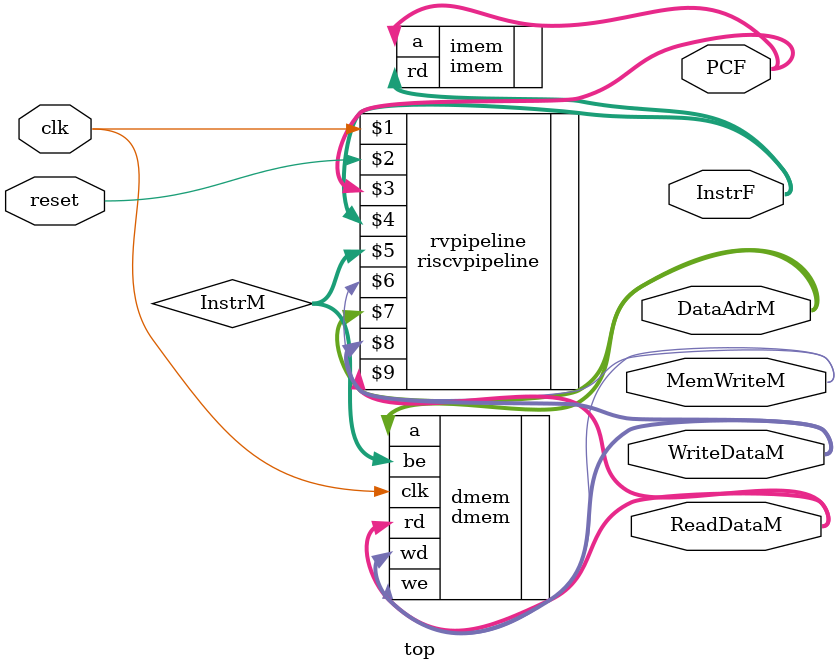
<source format=v>
module top (
	clk,
	reset,

	PCF,
	InstrF,
	MemWriteM,
	DataAdrM,
	WriteDataM,
	ReadDataM
);
	input wire clk;
	input wire reset;
	
	output [31:0] PCF; 
	output wire [31:0] InstrF;

	output wire MemWriteM;
	output wire [31:0] DataAdrM;
	output wire [31:0] WriteDataM;
	output wire [31:0] ReadDataM;

	wire [1:0] InstrM;

	riscvpipeline rvpipeline(
		clk,
		reset,

		PCF,
		InstrF,
		InstrM,
		MemWriteM,
		DataAdrM, // ALUresult signal
		WriteDataM,
		ReadDataM
	);
	
	imem imem(
		.a(PCF),
		.rd(InstrF)
	);
	
	dmem dmem(
		.clk(clk),
		.we(MemWriteM),
		.a(DataAdrM),
		.wd(WriteDataM),
		.be(InstrM),
		.rd(ReadDataM)
	);
endmodule

</source>
